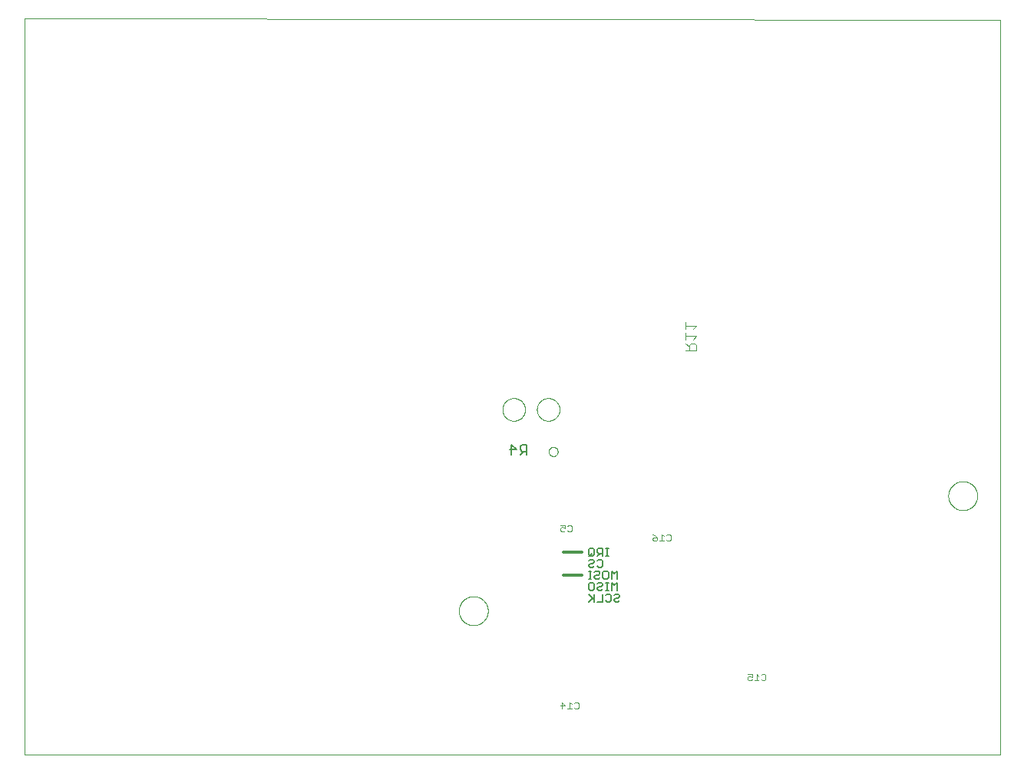
<source format=gbo>
G75*
%MOIN*%
%OFA0B0*%
%FSLAX25Y25*%
%IPPOS*%
%LPD*%
%AMOC8*
5,1,8,0,0,1.08239X$1,22.5*
%
%ADD10C,0.00000*%
%ADD11C,0.00500*%
%ADD12C,0.01200*%
%ADD13C,0.00400*%
%ADD14C,0.00600*%
D10*
X0130000Y0050000D02*
X0130000Y0369961D01*
X0553701Y0369461D01*
X0553701Y0050000D01*
X0130000Y0050000D01*
X0318701Y0112500D02*
X0318703Y0112658D01*
X0318709Y0112816D01*
X0318719Y0112974D01*
X0318733Y0113132D01*
X0318751Y0113289D01*
X0318772Y0113446D01*
X0318798Y0113602D01*
X0318828Y0113758D01*
X0318861Y0113913D01*
X0318899Y0114066D01*
X0318940Y0114219D01*
X0318985Y0114371D01*
X0319034Y0114522D01*
X0319087Y0114671D01*
X0319143Y0114819D01*
X0319203Y0114965D01*
X0319267Y0115110D01*
X0319335Y0115253D01*
X0319406Y0115395D01*
X0319480Y0115535D01*
X0319558Y0115672D01*
X0319640Y0115808D01*
X0319724Y0115942D01*
X0319813Y0116073D01*
X0319904Y0116202D01*
X0319999Y0116329D01*
X0320096Y0116454D01*
X0320197Y0116576D01*
X0320301Y0116695D01*
X0320408Y0116812D01*
X0320518Y0116926D01*
X0320631Y0117037D01*
X0320746Y0117146D01*
X0320864Y0117251D01*
X0320985Y0117353D01*
X0321108Y0117453D01*
X0321234Y0117549D01*
X0321362Y0117642D01*
X0321492Y0117732D01*
X0321625Y0117818D01*
X0321760Y0117902D01*
X0321896Y0117981D01*
X0322035Y0118058D01*
X0322176Y0118130D01*
X0322318Y0118200D01*
X0322462Y0118265D01*
X0322608Y0118327D01*
X0322755Y0118385D01*
X0322904Y0118440D01*
X0323054Y0118491D01*
X0323205Y0118538D01*
X0323357Y0118581D01*
X0323510Y0118620D01*
X0323665Y0118656D01*
X0323820Y0118687D01*
X0323976Y0118715D01*
X0324132Y0118739D01*
X0324289Y0118759D01*
X0324447Y0118775D01*
X0324604Y0118787D01*
X0324763Y0118795D01*
X0324921Y0118799D01*
X0325079Y0118799D01*
X0325237Y0118795D01*
X0325396Y0118787D01*
X0325553Y0118775D01*
X0325711Y0118759D01*
X0325868Y0118739D01*
X0326024Y0118715D01*
X0326180Y0118687D01*
X0326335Y0118656D01*
X0326490Y0118620D01*
X0326643Y0118581D01*
X0326795Y0118538D01*
X0326946Y0118491D01*
X0327096Y0118440D01*
X0327245Y0118385D01*
X0327392Y0118327D01*
X0327538Y0118265D01*
X0327682Y0118200D01*
X0327824Y0118130D01*
X0327965Y0118058D01*
X0328104Y0117981D01*
X0328240Y0117902D01*
X0328375Y0117818D01*
X0328508Y0117732D01*
X0328638Y0117642D01*
X0328766Y0117549D01*
X0328892Y0117453D01*
X0329015Y0117353D01*
X0329136Y0117251D01*
X0329254Y0117146D01*
X0329369Y0117037D01*
X0329482Y0116926D01*
X0329592Y0116812D01*
X0329699Y0116695D01*
X0329803Y0116576D01*
X0329904Y0116454D01*
X0330001Y0116329D01*
X0330096Y0116202D01*
X0330187Y0116073D01*
X0330276Y0115942D01*
X0330360Y0115808D01*
X0330442Y0115672D01*
X0330520Y0115535D01*
X0330594Y0115395D01*
X0330665Y0115253D01*
X0330733Y0115110D01*
X0330797Y0114965D01*
X0330857Y0114819D01*
X0330913Y0114671D01*
X0330966Y0114522D01*
X0331015Y0114371D01*
X0331060Y0114219D01*
X0331101Y0114066D01*
X0331139Y0113913D01*
X0331172Y0113758D01*
X0331202Y0113602D01*
X0331228Y0113446D01*
X0331249Y0113289D01*
X0331267Y0113132D01*
X0331281Y0112974D01*
X0331291Y0112816D01*
X0331297Y0112658D01*
X0331299Y0112500D01*
X0331297Y0112342D01*
X0331291Y0112184D01*
X0331281Y0112026D01*
X0331267Y0111868D01*
X0331249Y0111711D01*
X0331228Y0111554D01*
X0331202Y0111398D01*
X0331172Y0111242D01*
X0331139Y0111087D01*
X0331101Y0110934D01*
X0331060Y0110781D01*
X0331015Y0110629D01*
X0330966Y0110478D01*
X0330913Y0110329D01*
X0330857Y0110181D01*
X0330797Y0110035D01*
X0330733Y0109890D01*
X0330665Y0109747D01*
X0330594Y0109605D01*
X0330520Y0109465D01*
X0330442Y0109328D01*
X0330360Y0109192D01*
X0330276Y0109058D01*
X0330187Y0108927D01*
X0330096Y0108798D01*
X0330001Y0108671D01*
X0329904Y0108546D01*
X0329803Y0108424D01*
X0329699Y0108305D01*
X0329592Y0108188D01*
X0329482Y0108074D01*
X0329369Y0107963D01*
X0329254Y0107854D01*
X0329136Y0107749D01*
X0329015Y0107647D01*
X0328892Y0107547D01*
X0328766Y0107451D01*
X0328638Y0107358D01*
X0328508Y0107268D01*
X0328375Y0107182D01*
X0328240Y0107098D01*
X0328104Y0107019D01*
X0327965Y0106942D01*
X0327824Y0106870D01*
X0327682Y0106800D01*
X0327538Y0106735D01*
X0327392Y0106673D01*
X0327245Y0106615D01*
X0327096Y0106560D01*
X0326946Y0106509D01*
X0326795Y0106462D01*
X0326643Y0106419D01*
X0326490Y0106380D01*
X0326335Y0106344D01*
X0326180Y0106313D01*
X0326024Y0106285D01*
X0325868Y0106261D01*
X0325711Y0106241D01*
X0325553Y0106225D01*
X0325396Y0106213D01*
X0325237Y0106205D01*
X0325079Y0106201D01*
X0324921Y0106201D01*
X0324763Y0106205D01*
X0324604Y0106213D01*
X0324447Y0106225D01*
X0324289Y0106241D01*
X0324132Y0106261D01*
X0323976Y0106285D01*
X0323820Y0106313D01*
X0323665Y0106344D01*
X0323510Y0106380D01*
X0323357Y0106419D01*
X0323205Y0106462D01*
X0323054Y0106509D01*
X0322904Y0106560D01*
X0322755Y0106615D01*
X0322608Y0106673D01*
X0322462Y0106735D01*
X0322318Y0106800D01*
X0322176Y0106870D01*
X0322035Y0106942D01*
X0321896Y0107019D01*
X0321760Y0107098D01*
X0321625Y0107182D01*
X0321492Y0107268D01*
X0321362Y0107358D01*
X0321234Y0107451D01*
X0321108Y0107547D01*
X0320985Y0107647D01*
X0320864Y0107749D01*
X0320746Y0107854D01*
X0320631Y0107963D01*
X0320518Y0108074D01*
X0320408Y0108188D01*
X0320301Y0108305D01*
X0320197Y0108424D01*
X0320096Y0108546D01*
X0319999Y0108671D01*
X0319904Y0108798D01*
X0319813Y0108927D01*
X0319724Y0109058D01*
X0319640Y0109192D01*
X0319558Y0109328D01*
X0319480Y0109465D01*
X0319406Y0109605D01*
X0319335Y0109747D01*
X0319267Y0109890D01*
X0319203Y0110035D01*
X0319143Y0110181D01*
X0319087Y0110329D01*
X0319034Y0110478D01*
X0318985Y0110629D01*
X0318940Y0110781D01*
X0318899Y0110934D01*
X0318861Y0111087D01*
X0318828Y0111242D01*
X0318798Y0111398D01*
X0318772Y0111554D01*
X0318751Y0111711D01*
X0318733Y0111868D01*
X0318719Y0112026D01*
X0318709Y0112184D01*
X0318703Y0112342D01*
X0318701Y0112500D01*
X0357677Y0181693D02*
X0357679Y0181781D01*
X0357685Y0181869D01*
X0357695Y0181957D01*
X0357709Y0182045D01*
X0357726Y0182131D01*
X0357748Y0182217D01*
X0357773Y0182301D01*
X0357803Y0182385D01*
X0357835Y0182467D01*
X0357872Y0182547D01*
X0357912Y0182626D01*
X0357956Y0182703D01*
X0358003Y0182778D01*
X0358053Y0182850D01*
X0358107Y0182921D01*
X0358163Y0182988D01*
X0358223Y0183054D01*
X0358285Y0183116D01*
X0358351Y0183176D01*
X0358418Y0183232D01*
X0358489Y0183286D01*
X0358561Y0183336D01*
X0358636Y0183383D01*
X0358713Y0183427D01*
X0358792Y0183467D01*
X0358872Y0183504D01*
X0358954Y0183536D01*
X0359038Y0183566D01*
X0359122Y0183591D01*
X0359208Y0183613D01*
X0359294Y0183630D01*
X0359382Y0183644D01*
X0359470Y0183654D01*
X0359558Y0183660D01*
X0359646Y0183662D01*
X0359734Y0183660D01*
X0359822Y0183654D01*
X0359910Y0183644D01*
X0359998Y0183630D01*
X0360084Y0183613D01*
X0360170Y0183591D01*
X0360254Y0183566D01*
X0360338Y0183536D01*
X0360420Y0183504D01*
X0360500Y0183467D01*
X0360579Y0183427D01*
X0360656Y0183383D01*
X0360731Y0183336D01*
X0360803Y0183286D01*
X0360874Y0183232D01*
X0360941Y0183176D01*
X0361007Y0183116D01*
X0361069Y0183054D01*
X0361129Y0182988D01*
X0361185Y0182921D01*
X0361239Y0182850D01*
X0361289Y0182778D01*
X0361336Y0182703D01*
X0361380Y0182626D01*
X0361420Y0182547D01*
X0361457Y0182467D01*
X0361489Y0182385D01*
X0361519Y0182301D01*
X0361544Y0182217D01*
X0361566Y0182131D01*
X0361583Y0182045D01*
X0361597Y0181957D01*
X0361607Y0181869D01*
X0361613Y0181781D01*
X0361615Y0181693D01*
X0361613Y0181605D01*
X0361607Y0181517D01*
X0361597Y0181429D01*
X0361583Y0181341D01*
X0361566Y0181255D01*
X0361544Y0181169D01*
X0361519Y0181085D01*
X0361489Y0181001D01*
X0361457Y0180919D01*
X0361420Y0180839D01*
X0361380Y0180760D01*
X0361336Y0180683D01*
X0361289Y0180608D01*
X0361239Y0180536D01*
X0361185Y0180465D01*
X0361129Y0180398D01*
X0361069Y0180332D01*
X0361007Y0180270D01*
X0360941Y0180210D01*
X0360874Y0180154D01*
X0360803Y0180100D01*
X0360731Y0180050D01*
X0360656Y0180003D01*
X0360579Y0179959D01*
X0360500Y0179919D01*
X0360420Y0179882D01*
X0360338Y0179850D01*
X0360254Y0179820D01*
X0360170Y0179795D01*
X0360084Y0179773D01*
X0359998Y0179756D01*
X0359910Y0179742D01*
X0359822Y0179732D01*
X0359734Y0179726D01*
X0359646Y0179724D01*
X0359558Y0179726D01*
X0359470Y0179732D01*
X0359382Y0179742D01*
X0359294Y0179756D01*
X0359208Y0179773D01*
X0359122Y0179795D01*
X0359038Y0179820D01*
X0358954Y0179850D01*
X0358872Y0179882D01*
X0358792Y0179919D01*
X0358713Y0179959D01*
X0358636Y0180003D01*
X0358561Y0180050D01*
X0358489Y0180100D01*
X0358418Y0180154D01*
X0358351Y0180210D01*
X0358285Y0180270D01*
X0358223Y0180332D01*
X0358163Y0180398D01*
X0358107Y0180465D01*
X0358053Y0180536D01*
X0358003Y0180608D01*
X0357956Y0180683D01*
X0357912Y0180760D01*
X0357872Y0180839D01*
X0357835Y0180919D01*
X0357803Y0181001D01*
X0357773Y0181085D01*
X0357748Y0181169D01*
X0357726Y0181255D01*
X0357709Y0181341D01*
X0357695Y0181429D01*
X0357685Y0181517D01*
X0357679Y0181605D01*
X0357677Y0181693D01*
X0352559Y0200000D02*
X0352561Y0200140D01*
X0352567Y0200280D01*
X0352577Y0200419D01*
X0352591Y0200558D01*
X0352609Y0200697D01*
X0352630Y0200835D01*
X0352656Y0200973D01*
X0352686Y0201110D01*
X0352719Y0201245D01*
X0352757Y0201380D01*
X0352798Y0201514D01*
X0352843Y0201647D01*
X0352891Y0201778D01*
X0352944Y0201907D01*
X0353000Y0202036D01*
X0353059Y0202162D01*
X0353123Y0202287D01*
X0353189Y0202410D01*
X0353260Y0202531D01*
X0353333Y0202650D01*
X0353410Y0202767D01*
X0353491Y0202881D01*
X0353574Y0202993D01*
X0353661Y0203103D01*
X0353751Y0203211D01*
X0353843Y0203315D01*
X0353939Y0203417D01*
X0354038Y0203517D01*
X0354139Y0203613D01*
X0354243Y0203707D01*
X0354350Y0203797D01*
X0354459Y0203884D01*
X0354571Y0203969D01*
X0354685Y0204050D01*
X0354801Y0204128D01*
X0354919Y0204202D01*
X0355040Y0204273D01*
X0355162Y0204341D01*
X0355287Y0204405D01*
X0355413Y0204466D01*
X0355540Y0204523D01*
X0355670Y0204576D01*
X0355801Y0204626D01*
X0355933Y0204671D01*
X0356066Y0204714D01*
X0356201Y0204752D01*
X0356336Y0204786D01*
X0356473Y0204817D01*
X0356610Y0204844D01*
X0356748Y0204866D01*
X0356887Y0204885D01*
X0357026Y0204900D01*
X0357165Y0204911D01*
X0357305Y0204918D01*
X0357445Y0204921D01*
X0357585Y0204920D01*
X0357725Y0204915D01*
X0357864Y0204906D01*
X0358004Y0204893D01*
X0358143Y0204876D01*
X0358281Y0204855D01*
X0358419Y0204831D01*
X0358556Y0204802D01*
X0358692Y0204770D01*
X0358827Y0204733D01*
X0358961Y0204693D01*
X0359094Y0204649D01*
X0359225Y0204601D01*
X0359355Y0204550D01*
X0359484Y0204495D01*
X0359611Y0204436D01*
X0359736Y0204373D01*
X0359859Y0204308D01*
X0359981Y0204238D01*
X0360100Y0204165D01*
X0360218Y0204089D01*
X0360333Y0204010D01*
X0360446Y0203927D01*
X0360556Y0203841D01*
X0360664Y0203752D01*
X0360769Y0203660D01*
X0360872Y0203565D01*
X0360972Y0203467D01*
X0361069Y0203367D01*
X0361163Y0203263D01*
X0361255Y0203157D01*
X0361343Y0203049D01*
X0361428Y0202938D01*
X0361510Y0202824D01*
X0361589Y0202708D01*
X0361664Y0202591D01*
X0361736Y0202471D01*
X0361804Y0202349D01*
X0361869Y0202225D01*
X0361931Y0202099D01*
X0361989Y0201972D01*
X0362043Y0201843D01*
X0362094Y0201712D01*
X0362140Y0201580D01*
X0362183Y0201447D01*
X0362223Y0201313D01*
X0362258Y0201178D01*
X0362290Y0201041D01*
X0362317Y0200904D01*
X0362341Y0200766D01*
X0362361Y0200628D01*
X0362377Y0200489D01*
X0362389Y0200349D01*
X0362397Y0200210D01*
X0362401Y0200070D01*
X0362401Y0199930D01*
X0362397Y0199790D01*
X0362389Y0199651D01*
X0362377Y0199511D01*
X0362361Y0199372D01*
X0362341Y0199234D01*
X0362317Y0199096D01*
X0362290Y0198959D01*
X0362258Y0198822D01*
X0362223Y0198687D01*
X0362183Y0198553D01*
X0362140Y0198420D01*
X0362094Y0198288D01*
X0362043Y0198157D01*
X0361989Y0198028D01*
X0361931Y0197901D01*
X0361869Y0197775D01*
X0361804Y0197651D01*
X0361736Y0197529D01*
X0361664Y0197409D01*
X0361589Y0197292D01*
X0361510Y0197176D01*
X0361428Y0197062D01*
X0361343Y0196951D01*
X0361255Y0196843D01*
X0361163Y0196737D01*
X0361069Y0196633D01*
X0360972Y0196533D01*
X0360872Y0196435D01*
X0360769Y0196340D01*
X0360664Y0196248D01*
X0360556Y0196159D01*
X0360446Y0196073D01*
X0360333Y0195990D01*
X0360218Y0195911D01*
X0360100Y0195835D01*
X0359981Y0195762D01*
X0359859Y0195692D01*
X0359736Y0195627D01*
X0359611Y0195564D01*
X0359484Y0195505D01*
X0359355Y0195450D01*
X0359225Y0195399D01*
X0359094Y0195351D01*
X0358961Y0195307D01*
X0358827Y0195267D01*
X0358692Y0195230D01*
X0358556Y0195198D01*
X0358419Y0195169D01*
X0358281Y0195145D01*
X0358143Y0195124D01*
X0358004Y0195107D01*
X0357864Y0195094D01*
X0357725Y0195085D01*
X0357585Y0195080D01*
X0357445Y0195079D01*
X0357305Y0195082D01*
X0357165Y0195089D01*
X0357026Y0195100D01*
X0356887Y0195115D01*
X0356748Y0195134D01*
X0356610Y0195156D01*
X0356473Y0195183D01*
X0356336Y0195214D01*
X0356201Y0195248D01*
X0356066Y0195286D01*
X0355933Y0195329D01*
X0355801Y0195374D01*
X0355670Y0195424D01*
X0355540Y0195477D01*
X0355413Y0195534D01*
X0355287Y0195595D01*
X0355162Y0195659D01*
X0355040Y0195727D01*
X0354919Y0195798D01*
X0354801Y0195872D01*
X0354685Y0195950D01*
X0354571Y0196031D01*
X0354459Y0196116D01*
X0354350Y0196203D01*
X0354243Y0196293D01*
X0354139Y0196387D01*
X0354038Y0196483D01*
X0353939Y0196583D01*
X0353843Y0196685D01*
X0353751Y0196789D01*
X0353661Y0196897D01*
X0353574Y0197007D01*
X0353491Y0197119D01*
X0353410Y0197233D01*
X0353333Y0197350D01*
X0353260Y0197469D01*
X0353189Y0197590D01*
X0353123Y0197713D01*
X0353059Y0197838D01*
X0353000Y0197964D01*
X0352944Y0198093D01*
X0352891Y0198222D01*
X0352843Y0198353D01*
X0352798Y0198486D01*
X0352757Y0198620D01*
X0352719Y0198755D01*
X0352686Y0198890D01*
X0352656Y0199027D01*
X0352630Y0199165D01*
X0352609Y0199303D01*
X0352591Y0199442D01*
X0352577Y0199581D01*
X0352567Y0199720D01*
X0352561Y0199860D01*
X0352559Y0200000D01*
X0337599Y0200000D02*
X0337601Y0200140D01*
X0337607Y0200280D01*
X0337617Y0200419D01*
X0337631Y0200558D01*
X0337649Y0200697D01*
X0337670Y0200835D01*
X0337696Y0200973D01*
X0337726Y0201110D01*
X0337759Y0201245D01*
X0337797Y0201380D01*
X0337838Y0201514D01*
X0337883Y0201647D01*
X0337931Y0201778D01*
X0337984Y0201907D01*
X0338040Y0202036D01*
X0338099Y0202162D01*
X0338163Y0202287D01*
X0338229Y0202410D01*
X0338300Y0202531D01*
X0338373Y0202650D01*
X0338450Y0202767D01*
X0338531Y0202881D01*
X0338614Y0202993D01*
X0338701Y0203103D01*
X0338791Y0203211D01*
X0338883Y0203315D01*
X0338979Y0203417D01*
X0339078Y0203517D01*
X0339179Y0203613D01*
X0339283Y0203707D01*
X0339390Y0203797D01*
X0339499Y0203884D01*
X0339611Y0203969D01*
X0339725Y0204050D01*
X0339841Y0204128D01*
X0339959Y0204202D01*
X0340080Y0204273D01*
X0340202Y0204341D01*
X0340327Y0204405D01*
X0340453Y0204466D01*
X0340580Y0204523D01*
X0340710Y0204576D01*
X0340841Y0204626D01*
X0340973Y0204671D01*
X0341106Y0204714D01*
X0341241Y0204752D01*
X0341376Y0204786D01*
X0341513Y0204817D01*
X0341650Y0204844D01*
X0341788Y0204866D01*
X0341927Y0204885D01*
X0342066Y0204900D01*
X0342205Y0204911D01*
X0342345Y0204918D01*
X0342485Y0204921D01*
X0342625Y0204920D01*
X0342765Y0204915D01*
X0342904Y0204906D01*
X0343044Y0204893D01*
X0343183Y0204876D01*
X0343321Y0204855D01*
X0343459Y0204831D01*
X0343596Y0204802D01*
X0343732Y0204770D01*
X0343867Y0204733D01*
X0344001Y0204693D01*
X0344134Y0204649D01*
X0344265Y0204601D01*
X0344395Y0204550D01*
X0344524Y0204495D01*
X0344651Y0204436D01*
X0344776Y0204373D01*
X0344899Y0204308D01*
X0345021Y0204238D01*
X0345140Y0204165D01*
X0345258Y0204089D01*
X0345373Y0204010D01*
X0345486Y0203927D01*
X0345596Y0203841D01*
X0345704Y0203752D01*
X0345809Y0203660D01*
X0345912Y0203565D01*
X0346012Y0203467D01*
X0346109Y0203367D01*
X0346203Y0203263D01*
X0346295Y0203157D01*
X0346383Y0203049D01*
X0346468Y0202938D01*
X0346550Y0202824D01*
X0346629Y0202708D01*
X0346704Y0202591D01*
X0346776Y0202471D01*
X0346844Y0202349D01*
X0346909Y0202225D01*
X0346971Y0202099D01*
X0347029Y0201972D01*
X0347083Y0201843D01*
X0347134Y0201712D01*
X0347180Y0201580D01*
X0347223Y0201447D01*
X0347263Y0201313D01*
X0347298Y0201178D01*
X0347330Y0201041D01*
X0347357Y0200904D01*
X0347381Y0200766D01*
X0347401Y0200628D01*
X0347417Y0200489D01*
X0347429Y0200349D01*
X0347437Y0200210D01*
X0347441Y0200070D01*
X0347441Y0199930D01*
X0347437Y0199790D01*
X0347429Y0199651D01*
X0347417Y0199511D01*
X0347401Y0199372D01*
X0347381Y0199234D01*
X0347357Y0199096D01*
X0347330Y0198959D01*
X0347298Y0198822D01*
X0347263Y0198687D01*
X0347223Y0198553D01*
X0347180Y0198420D01*
X0347134Y0198288D01*
X0347083Y0198157D01*
X0347029Y0198028D01*
X0346971Y0197901D01*
X0346909Y0197775D01*
X0346844Y0197651D01*
X0346776Y0197529D01*
X0346704Y0197409D01*
X0346629Y0197292D01*
X0346550Y0197176D01*
X0346468Y0197062D01*
X0346383Y0196951D01*
X0346295Y0196843D01*
X0346203Y0196737D01*
X0346109Y0196633D01*
X0346012Y0196533D01*
X0345912Y0196435D01*
X0345809Y0196340D01*
X0345704Y0196248D01*
X0345596Y0196159D01*
X0345486Y0196073D01*
X0345373Y0195990D01*
X0345258Y0195911D01*
X0345140Y0195835D01*
X0345021Y0195762D01*
X0344899Y0195692D01*
X0344776Y0195627D01*
X0344651Y0195564D01*
X0344524Y0195505D01*
X0344395Y0195450D01*
X0344265Y0195399D01*
X0344134Y0195351D01*
X0344001Y0195307D01*
X0343867Y0195267D01*
X0343732Y0195230D01*
X0343596Y0195198D01*
X0343459Y0195169D01*
X0343321Y0195145D01*
X0343183Y0195124D01*
X0343044Y0195107D01*
X0342904Y0195094D01*
X0342765Y0195085D01*
X0342625Y0195080D01*
X0342485Y0195079D01*
X0342345Y0195082D01*
X0342205Y0195089D01*
X0342066Y0195100D01*
X0341927Y0195115D01*
X0341788Y0195134D01*
X0341650Y0195156D01*
X0341513Y0195183D01*
X0341376Y0195214D01*
X0341241Y0195248D01*
X0341106Y0195286D01*
X0340973Y0195329D01*
X0340841Y0195374D01*
X0340710Y0195424D01*
X0340580Y0195477D01*
X0340453Y0195534D01*
X0340327Y0195595D01*
X0340202Y0195659D01*
X0340080Y0195727D01*
X0339959Y0195798D01*
X0339841Y0195872D01*
X0339725Y0195950D01*
X0339611Y0196031D01*
X0339499Y0196116D01*
X0339390Y0196203D01*
X0339283Y0196293D01*
X0339179Y0196387D01*
X0339078Y0196483D01*
X0338979Y0196583D01*
X0338883Y0196685D01*
X0338791Y0196789D01*
X0338701Y0196897D01*
X0338614Y0197007D01*
X0338531Y0197119D01*
X0338450Y0197233D01*
X0338373Y0197350D01*
X0338300Y0197469D01*
X0338229Y0197590D01*
X0338163Y0197713D01*
X0338099Y0197838D01*
X0338040Y0197964D01*
X0337984Y0198093D01*
X0337931Y0198222D01*
X0337883Y0198353D01*
X0337838Y0198486D01*
X0337797Y0198620D01*
X0337759Y0198755D01*
X0337726Y0198890D01*
X0337696Y0199027D01*
X0337670Y0199165D01*
X0337649Y0199303D01*
X0337631Y0199442D01*
X0337617Y0199581D01*
X0337607Y0199720D01*
X0337601Y0199860D01*
X0337599Y0200000D01*
X0531201Y0162500D02*
X0531203Y0162658D01*
X0531209Y0162816D01*
X0531219Y0162974D01*
X0531233Y0163132D01*
X0531251Y0163289D01*
X0531272Y0163446D01*
X0531298Y0163602D01*
X0531328Y0163758D01*
X0531361Y0163913D01*
X0531399Y0164066D01*
X0531440Y0164219D01*
X0531485Y0164371D01*
X0531534Y0164522D01*
X0531587Y0164671D01*
X0531643Y0164819D01*
X0531703Y0164965D01*
X0531767Y0165110D01*
X0531835Y0165253D01*
X0531906Y0165395D01*
X0531980Y0165535D01*
X0532058Y0165672D01*
X0532140Y0165808D01*
X0532224Y0165942D01*
X0532313Y0166073D01*
X0532404Y0166202D01*
X0532499Y0166329D01*
X0532596Y0166454D01*
X0532697Y0166576D01*
X0532801Y0166695D01*
X0532908Y0166812D01*
X0533018Y0166926D01*
X0533131Y0167037D01*
X0533246Y0167146D01*
X0533364Y0167251D01*
X0533485Y0167353D01*
X0533608Y0167453D01*
X0533734Y0167549D01*
X0533862Y0167642D01*
X0533992Y0167732D01*
X0534125Y0167818D01*
X0534260Y0167902D01*
X0534396Y0167981D01*
X0534535Y0168058D01*
X0534676Y0168130D01*
X0534818Y0168200D01*
X0534962Y0168265D01*
X0535108Y0168327D01*
X0535255Y0168385D01*
X0535404Y0168440D01*
X0535554Y0168491D01*
X0535705Y0168538D01*
X0535857Y0168581D01*
X0536010Y0168620D01*
X0536165Y0168656D01*
X0536320Y0168687D01*
X0536476Y0168715D01*
X0536632Y0168739D01*
X0536789Y0168759D01*
X0536947Y0168775D01*
X0537104Y0168787D01*
X0537263Y0168795D01*
X0537421Y0168799D01*
X0537579Y0168799D01*
X0537737Y0168795D01*
X0537896Y0168787D01*
X0538053Y0168775D01*
X0538211Y0168759D01*
X0538368Y0168739D01*
X0538524Y0168715D01*
X0538680Y0168687D01*
X0538835Y0168656D01*
X0538990Y0168620D01*
X0539143Y0168581D01*
X0539295Y0168538D01*
X0539446Y0168491D01*
X0539596Y0168440D01*
X0539745Y0168385D01*
X0539892Y0168327D01*
X0540038Y0168265D01*
X0540182Y0168200D01*
X0540324Y0168130D01*
X0540465Y0168058D01*
X0540604Y0167981D01*
X0540740Y0167902D01*
X0540875Y0167818D01*
X0541008Y0167732D01*
X0541138Y0167642D01*
X0541266Y0167549D01*
X0541392Y0167453D01*
X0541515Y0167353D01*
X0541636Y0167251D01*
X0541754Y0167146D01*
X0541869Y0167037D01*
X0541982Y0166926D01*
X0542092Y0166812D01*
X0542199Y0166695D01*
X0542303Y0166576D01*
X0542404Y0166454D01*
X0542501Y0166329D01*
X0542596Y0166202D01*
X0542687Y0166073D01*
X0542776Y0165942D01*
X0542860Y0165808D01*
X0542942Y0165672D01*
X0543020Y0165535D01*
X0543094Y0165395D01*
X0543165Y0165253D01*
X0543233Y0165110D01*
X0543297Y0164965D01*
X0543357Y0164819D01*
X0543413Y0164671D01*
X0543466Y0164522D01*
X0543515Y0164371D01*
X0543560Y0164219D01*
X0543601Y0164066D01*
X0543639Y0163913D01*
X0543672Y0163758D01*
X0543702Y0163602D01*
X0543728Y0163446D01*
X0543749Y0163289D01*
X0543767Y0163132D01*
X0543781Y0162974D01*
X0543791Y0162816D01*
X0543797Y0162658D01*
X0543799Y0162500D01*
X0543797Y0162342D01*
X0543791Y0162184D01*
X0543781Y0162026D01*
X0543767Y0161868D01*
X0543749Y0161711D01*
X0543728Y0161554D01*
X0543702Y0161398D01*
X0543672Y0161242D01*
X0543639Y0161087D01*
X0543601Y0160934D01*
X0543560Y0160781D01*
X0543515Y0160629D01*
X0543466Y0160478D01*
X0543413Y0160329D01*
X0543357Y0160181D01*
X0543297Y0160035D01*
X0543233Y0159890D01*
X0543165Y0159747D01*
X0543094Y0159605D01*
X0543020Y0159465D01*
X0542942Y0159328D01*
X0542860Y0159192D01*
X0542776Y0159058D01*
X0542687Y0158927D01*
X0542596Y0158798D01*
X0542501Y0158671D01*
X0542404Y0158546D01*
X0542303Y0158424D01*
X0542199Y0158305D01*
X0542092Y0158188D01*
X0541982Y0158074D01*
X0541869Y0157963D01*
X0541754Y0157854D01*
X0541636Y0157749D01*
X0541515Y0157647D01*
X0541392Y0157547D01*
X0541266Y0157451D01*
X0541138Y0157358D01*
X0541008Y0157268D01*
X0540875Y0157182D01*
X0540740Y0157098D01*
X0540604Y0157019D01*
X0540465Y0156942D01*
X0540324Y0156870D01*
X0540182Y0156800D01*
X0540038Y0156735D01*
X0539892Y0156673D01*
X0539745Y0156615D01*
X0539596Y0156560D01*
X0539446Y0156509D01*
X0539295Y0156462D01*
X0539143Y0156419D01*
X0538990Y0156380D01*
X0538835Y0156344D01*
X0538680Y0156313D01*
X0538524Y0156285D01*
X0538368Y0156261D01*
X0538211Y0156241D01*
X0538053Y0156225D01*
X0537896Y0156213D01*
X0537737Y0156205D01*
X0537579Y0156201D01*
X0537421Y0156201D01*
X0537263Y0156205D01*
X0537104Y0156213D01*
X0536947Y0156225D01*
X0536789Y0156241D01*
X0536632Y0156261D01*
X0536476Y0156285D01*
X0536320Y0156313D01*
X0536165Y0156344D01*
X0536010Y0156380D01*
X0535857Y0156419D01*
X0535705Y0156462D01*
X0535554Y0156509D01*
X0535404Y0156560D01*
X0535255Y0156615D01*
X0535108Y0156673D01*
X0534962Y0156735D01*
X0534818Y0156800D01*
X0534676Y0156870D01*
X0534535Y0156942D01*
X0534396Y0157019D01*
X0534260Y0157098D01*
X0534125Y0157182D01*
X0533992Y0157268D01*
X0533862Y0157358D01*
X0533734Y0157451D01*
X0533608Y0157547D01*
X0533485Y0157647D01*
X0533364Y0157749D01*
X0533246Y0157854D01*
X0533131Y0157963D01*
X0533018Y0158074D01*
X0532908Y0158188D01*
X0532801Y0158305D01*
X0532697Y0158424D01*
X0532596Y0158546D01*
X0532499Y0158671D01*
X0532404Y0158798D01*
X0532313Y0158927D01*
X0532224Y0159058D01*
X0532140Y0159192D01*
X0532058Y0159328D01*
X0531980Y0159465D01*
X0531906Y0159605D01*
X0531835Y0159747D01*
X0531767Y0159890D01*
X0531703Y0160035D01*
X0531643Y0160181D01*
X0531587Y0160329D01*
X0531534Y0160478D01*
X0531485Y0160629D01*
X0531440Y0160781D01*
X0531399Y0160934D01*
X0531361Y0161087D01*
X0531328Y0161242D01*
X0531298Y0161398D01*
X0531272Y0161554D01*
X0531251Y0161711D01*
X0531233Y0161868D01*
X0531219Y0162026D01*
X0531209Y0162184D01*
X0531203Y0162342D01*
X0531201Y0162500D01*
D11*
X0387255Y0129753D02*
X0387255Y0126250D01*
X0387255Y0124753D02*
X0386087Y0123585D01*
X0384920Y0124753D01*
X0384920Y0121250D01*
X0383572Y0121250D02*
X0382404Y0121250D01*
X0382988Y0121250D02*
X0382988Y0124753D01*
X0383572Y0124753D02*
X0382404Y0124753D01*
X0381116Y0124169D02*
X0381116Y0123585D01*
X0380532Y0123001D01*
X0379365Y0123001D01*
X0378781Y0122418D01*
X0378781Y0121834D01*
X0379365Y0121250D01*
X0380532Y0121250D01*
X0381116Y0121834D01*
X0381116Y0119753D02*
X0381116Y0116250D01*
X0378781Y0116250D01*
X0377433Y0116250D02*
X0377433Y0119753D01*
X0376849Y0121250D02*
X0375682Y0121250D01*
X0375098Y0121834D01*
X0375098Y0124169D01*
X0375682Y0124753D01*
X0376849Y0124753D01*
X0377433Y0124169D01*
X0377433Y0121834D01*
X0376849Y0121250D01*
X0375098Y0119753D02*
X0377433Y0117418D01*
X0376849Y0118001D02*
X0375098Y0116250D01*
X0382464Y0116834D02*
X0383048Y0116250D01*
X0384216Y0116250D01*
X0384799Y0116834D01*
X0384799Y0119169D01*
X0384216Y0119753D01*
X0383048Y0119753D01*
X0382464Y0119169D01*
X0386147Y0119169D02*
X0386731Y0119753D01*
X0387899Y0119753D01*
X0388483Y0119169D01*
X0388483Y0118585D01*
X0387899Y0118001D01*
X0386731Y0118001D01*
X0386147Y0117418D01*
X0386147Y0116834D01*
X0386731Y0116250D01*
X0387899Y0116250D01*
X0388483Y0116834D01*
X0387255Y0121250D02*
X0387255Y0124753D01*
X0384920Y0126250D02*
X0384920Y0129753D01*
X0386087Y0128585D01*
X0387255Y0129753D01*
X0383572Y0129169D02*
X0383572Y0126834D01*
X0382988Y0126250D01*
X0381820Y0126250D01*
X0381236Y0126834D01*
X0381236Y0129169D01*
X0381820Y0129753D01*
X0382988Y0129753D01*
X0383572Y0129169D01*
X0381116Y0131834D02*
X0380532Y0131250D01*
X0379365Y0131250D01*
X0378781Y0131834D01*
X0377433Y0131834D02*
X0376849Y0131250D01*
X0375682Y0131250D01*
X0375098Y0131834D01*
X0375098Y0132418D01*
X0375682Y0133001D01*
X0376849Y0133001D01*
X0377433Y0133585D01*
X0377433Y0134169D01*
X0376849Y0134753D01*
X0375682Y0134753D01*
X0375098Y0134169D01*
X0375098Y0136250D02*
X0376266Y0137418D01*
X0377433Y0136834D02*
X0377433Y0139169D01*
X0376849Y0139753D01*
X0375682Y0139753D01*
X0375098Y0139169D01*
X0375098Y0136834D01*
X0375682Y0136250D01*
X0376849Y0136250D01*
X0377433Y0136834D01*
X0378781Y0136250D02*
X0379949Y0137418D01*
X0379365Y0137418D02*
X0381116Y0137418D01*
X0381116Y0136250D02*
X0381116Y0139753D01*
X0379365Y0139753D01*
X0378781Y0139169D01*
X0378781Y0138001D01*
X0379365Y0137418D01*
X0379365Y0134753D02*
X0380532Y0134753D01*
X0381116Y0134169D01*
X0381116Y0131834D01*
X0379305Y0129753D02*
X0379889Y0129169D01*
X0379889Y0128585D01*
X0379305Y0128001D01*
X0378137Y0128001D01*
X0377553Y0127418D01*
X0377553Y0126834D01*
X0378137Y0126250D01*
X0379305Y0126250D01*
X0379889Y0126834D01*
X0379365Y0124753D02*
X0380532Y0124753D01*
X0381116Y0124169D01*
X0379365Y0124753D02*
X0378781Y0124169D01*
X0376205Y0126250D02*
X0375038Y0126250D01*
X0375622Y0126250D02*
X0375622Y0129753D01*
X0376205Y0129753D02*
X0375038Y0129753D01*
X0377553Y0129169D02*
X0378137Y0129753D01*
X0379305Y0129753D01*
X0378781Y0134169D02*
X0379365Y0134753D01*
X0382404Y0136250D02*
X0383572Y0136250D01*
X0382988Y0136250D02*
X0382988Y0139753D01*
X0383572Y0139753D02*
X0382404Y0139753D01*
D12*
X0372000Y0138000D02*
X0364000Y0138000D01*
X0364000Y0128000D02*
X0372000Y0128000D01*
D13*
X0367226Y0147000D02*
X0366292Y0147000D01*
X0365825Y0147467D01*
X0366292Y0147000D01*
X0367226Y0147000D01*
X0367693Y0147467D01*
X0367693Y0149335D01*
X0367226Y0149802D01*
X0366292Y0149802D01*
X0365825Y0149335D01*
X0366292Y0149802D01*
X0367226Y0149802D01*
X0367693Y0149335D01*
X0367693Y0147467D01*
X0367226Y0147000D01*
X0364747Y0147467D02*
X0364279Y0147000D01*
X0363345Y0147000D01*
X0362878Y0147467D01*
X0362878Y0148401D01*
X0363345Y0148868D01*
X0363812Y0148868D01*
X0364747Y0148401D01*
X0364747Y0149802D01*
X0362878Y0149802D01*
X0364747Y0149802D01*
X0364747Y0148401D01*
X0363812Y0148868D01*
X0363345Y0148868D01*
X0362878Y0148401D01*
X0362878Y0147467D01*
X0363345Y0147000D01*
X0364279Y0147000D01*
X0364747Y0147467D01*
X0402878Y0145802D02*
X0403812Y0145335D01*
X0404747Y0144401D01*
X0403345Y0144401D01*
X0402878Y0143934D01*
X0402878Y0143467D01*
X0403345Y0143000D01*
X0404279Y0143000D01*
X0404747Y0143467D01*
X0404747Y0144401D01*
X0403345Y0144401D01*
X0402878Y0143934D01*
X0402878Y0143467D01*
X0403345Y0143000D01*
X0404279Y0143000D01*
X0404747Y0143467D01*
X0404747Y0144401D01*
X0403812Y0145335D01*
X0402878Y0145802D01*
X0406759Y0145802D02*
X0406759Y0143000D01*
X0406759Y0145802D01*
X0407693Y0144868D01*
X0406759Y0145802D01*
X0408771Y0145335D02*
X0409238Y0145802D01*
X0410172Y0145802D01*
X0410640Y0145335D01*
X0410640Y0143467D01*
X0410172Y0143000D01*
X0409238Y0143000D01*
X0408771Y0143467D01*
X0409238Y0143000D01*
X0410172Y0143000D01*
X0410640Y0143467D01*
X0410640Y0145335D01*
X0410172Y0145802D01*
X0409238Y0145802D01*
X0408771Y0145335D01*
X0407693Y0143000D02*
X0405825Y0143000D01*
X0407693Y0143000D01*
X0444039Y0085002D02*
X0445907Y0085002D01*
X0445907Y0083601D01*
X0444973Y0084068D01*
X0444506Y0084068D01*
X0444039Y0083601D01*
X0444039Y0082667D01*
X0444506Y0082200D01*
X0445440Y0082200D01*
X0445907Y0082667D01*
X0445440Y0082200D01*
X0444506Y0082200D01*
X0444039Y0082667D01*
X0444039Y0083601D01*
X0444506Y0084068D01*
X0444973Y0084068D01*
X0445907Y0083601D01*
X0445907Y0085002D01*
X0444039Y0085002D01*
X0447919Y0085002D02*
X0447919Y0082200D01*
X0447919Y0085002D01*
X0448853Y0084068D01*
X0447919Y0085002D01*
X0449932Y0084535D02*
X0450399Y0085002D01*
X0451333Y0085002D01*
X0451800Y0084535D01*
X0451800Y0082667D01*
X0451333Y0082200D01*
X0450399Y0082200D01*
X0449932Y0082667D01*
X0450399Y0082200D01*
X0451333Y0082200D01*
X0451800Y0082667D01*
X0451800Y0084535D01*
X0451333Y0085002D01*
X0450399Y0085002D01*
X0449932Y0084535D01*
X0448853Y0082200D02*
X0446985Y0082200D01*
X0448853Y0082200D01*
X0370640Y0072335D02*
X0370640Y0070467D01*
X0370172Y0070000D01*
X0369238Y0070000D01*
X0368771Y0070467D01*
X0369238Y0070000D01*
X0370172Y0070000D01*
X0370640Y0070467D01*
X0370640Y0072335D01*
X0370172Y0072802D01*
X0369238Y0072802D01*
X0368771Y0072335D01*
X0369238Y0072802D01*
X0370172Y0072802D01*
X0370640Y0072335D01*
X0367693Y0071868D02*
X0366759Y0072802D01*
X0366759Y0070000D01*
X0366759Y0072802D01*
X0367693Y0071868D01*
X0367693Y0070000D02*
X0365825Y0070000D01*
X0367693Y0070000D01*
X0364747Y0071401D02*
X0362878Y0071401D01*
X0364747Y0071401D01*
X0363345Y0072802D01*
X0363345Y0070000D01*
X0363345Y0072802D01*
X0364747Y0071401D01*
X0417200Y0225700D02*
X0421804Y0225700D01*
X0421804Y0228002D01*
X0421037Y0228769D01*
X0419502Y0228769D01*
X0418735Y0228002D01*
X0418735Y0225700D01*
X0418735Y0227235D02*
X0417200Y0228769D01*
X0417200Y0230304D02*
X0417200Y0233373D01*
X0417200Y0231839D02*
X0421804Y0231839D01*
X0420269Y0230304D01*
X0420269Y0234908D02*
X0421804Y0236442D01*
X0417200Y0236442D01*
X0417200Y0234908D02*
X0417200Y0237977D01*
D14*
X0348200Y0184704D02*
X0345998Y0184704D01*
X0345264Y0183970D01*
X0345264Y0182502D01*
X0345998Y0181768D01*
X0348200Y0181768D01*
X0345998Y0181768D01*
X0345264Y0182502D01*
X0345264Y0183970D01*
X0345998Y0184704D01*
X0348200Y0184704D01*
X0348200Y0180300D01*
X0348200Y0184704D01*
X0346732Y0181768D02*
X0345264Y0180300D01*
X0346732Y0181768D01*
X0343596Y0182502D02*
X0341394Y0184704D01*
X0341394Y0180300D01*
X0341394Y0184704D01*
X0343596Y0182502D01*
X0340660Y0182502D01*
X0343596Y0182502D01*
M02*

</source>
